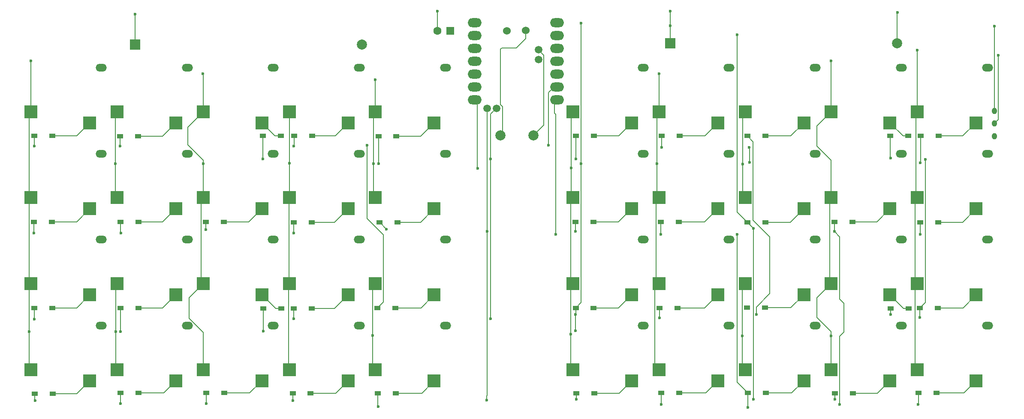
<source format=gbr>
%TF.GenerationSoftware,KiCad,Pcbnew,8.0.7*%
%TF.CreationDate,2025-05-30T21:54:57+09:00*%
%TF.ProjectId,cool640zmk,636f6f6c-3634-4307-9a6d-6b2e6b696361,rev?*%
%TF.SameCoordinates,Original*%
%TF.FileFunction,Copper,L2,Bot*%
%TF.FilePolarity,Positive*%
%FSLAX46Y46*%
G04 Gerber Fmt 4.6, Leading zero omitted, Abs format (unit mm)*
G04 Created by KiCad (PCBNEW 8.0.7) date 2025-05-30 21:54:57*
%MOMM*%
%LPD*%
G01*
G04 APERTURE LIST*
%TA.AperFunction,ComponentPad*%
%ADD10O,2.200000X1.500000*%
%TD*%
%TA.AperFunction,SMDPad,CuDef*%
%ADD11R,2.600000X2.600000*%
%TD*%
%TA.AperFunction,SMDPad,CuDef*%
%ADD12R,1.300000X0.950000*%
%TD*%
%TA.AperFunction,ComponentPad*%
%ADD13R,1.600000X1.600000*%
%TD*%
%TA.AperFunction,ComponentPad*%
%ADD14C,1.600000*%
%TD*%
%TA.AperFunction,ComponentPad*%
%ADD15R,2.000000X2.000000*%
%TD*%
%TA.AperFunction,ComponentPad*%
%ADD16C,2.000000*%
%TD*%
%TA.AperFunction,ComponentPad*%
%ADD17O,1.000000X1.300000*%
%TD*%
%TA.AperFunction,ComponentPad*%
%ADD18O,2.750000X1.800000*%
%TD*%
%TA.AperFunction,ComponentPad*%
%ADD19C,1.500000*%
%TD*%
%TA.AperFunction,ComponentPad*%
%ADD20C,1.524000*%
%TD*%
%TA.AperFunction,ViaPad*%
%ADD21C,0.600000*%
%TD*%
%TA.AperFunction,Conductor*%
%ADD22C,0.200000*%
%TD*%
G04 APERTURE END LIST*
D10*
%TO.P,SW40,*%
%TO.N,*%
X163550000Y-46000000D03*
D11*
%TO.P,SW40,1,1*%
%TO.N,col5*%
X149700000Y-54700000D03*
%TO.P,SW40,2,2*%
%TO.N,Net-(D40-A)*%
X161300000Y-56900000D03*
%TD*%
D10*
%TO.P,SW28,*%
%TO.N,*%
X180550000Y-46000000D03*
D11*
%TO.P,SW28,1,1*%
%TO.N,col6*%
X166700000Y-54700000D03*
%TO.P,SW28,2,2*%
%TO.N,Net-(D28-A)*%
X178300000Y-56900000D03*
%TD*%
D12*
%TO.P,D1,1,K*%
%TO.N,Row0*%
X-7675000Y-8480000D03*
%TO.P,D1,2,A*%
%TO.N,Net-(D1-A)*%
X-4125000Y-8480000D03*
%TD*%
%TO.P,D4,1,K*%
%TO.N,Row3*%
X-7525000Y-59440000D03*
%TO.P,D4,2,A*%
%TO.N,Net-(D4-A)*%
X-3975000Y-59440000D03*
%TD*%
%TO.P,D27,1,K*%
%TO.N,Row2*%
X167205000Y-42490000D03*
%TO.P,D27,2,A*%
%TO.N,Net-(D27-A)*%
X170755000Y-42490000D03*
%TD*%
%TO.P,D28,1,K*%
%TO.N,Row3*%
X166935000Y-59300000D03*
%TO.P,D28,2,A*%
%TO.N,Net-(D28-A)*%
X170485000Y-59300000D03*
%TD*%
D10*
%TO.P,SW12,*%
%TO.N,*%
X56550000Y-46000000D03*
D11*
%TO.P,SW12,1,1*%
%TO.N,Col2*%
X42700000Y-54700000D03*
%TO.P,SW12,2,2*%
%TO.N,Net-(D12-A)*%
X54300000Y-56900000D03*
%TD*%
D12*
%TO.P,D21,1,K*%
%TO.N,Row0*%
X133115000Y-42460000D03*
%TO.P,D21,2,A*%
%TO.N,Net-(D21-A)*%
X136665000Y-42460000D03*
%TD*%
D10*
%TO.P,SW14,*%
%TO.N,*%
X73550000Y-46000000D03*
D11*
%TO.P,SW14,1,1*%
%TO.N,Col3*%
X59700000Y-54700000D03*
%TO.P,SW14,2,2*%
%TO.N,Net-(D14-A)*%
X71300000Y-56900000D03*
%TD*%
D12*
%TO.P,D9,1,K*%
%TO.N,Row0*%
X43645000Y-8440000D03*
%TO.P,D9,2,A*%
%TO.N,Net-(D9-A)*%
X47195000Y-8440000D03*
%TD*%
D10*
%TO.P,SW2,*%
%TO.N,*%
X5550000Y-12000000D03*
D11*
%TO.P,SW2,1,1*%
%TO.N,Col0*%
X-8300000Y-20700000D03*
%TO.P,SW2,2,2*%
%TO.N,Net-(D2-A)*%
X3300000Y-22900000D03*
%TD*%
D10*
%TO.P,SW4,*%
%TO.N,*%
X5550000Y-46000000D03*
D11*
%TO.P,SW4,1,1*%
%TO.N,Col0*%
X-8300000Y-54700000D03*
%TO.P,SW4,2,2*%
%TO.N,Net-(D4-A)*%
X3300000Y-56900000D03*
%TD*%
D12*
%TO.P,D3,1,K*%
%TO.N,Row2*%
X-7675000Y-42490000D03*
%TO.P,D3,2,A*%
%TO.N,Net-(D3-A)*%
X-4125000Y-42490000D03*
%TD*%
D10*
%TO.P,SW10,*%
%TO.N,*%
X56550000Y-12000000D03*
D11*
%TO.P,SW10,1,1*%
%TO.N,Col2*%
X42700000Y-20700000D03*
%TO.P,SW10,2,2*%
%TO.N,Net-(D10-A)*%
X54300000Y-22900000D03*
%TD*%
D12*
%TO.P,D30,1,K*%
%TO.N,Row5*%
X9395000Y-59300000D03*
%TO.P,D30,2,A*%
%TO.N,Net-(D30-A)*%
X12945000Y-59300000D03*
%TD*%
D13*
%TO.P,J1,1,Pin_1*%
%TO.N,GND*%
X74470000Y12240000D03*
D14*
%TO.P,J1,2,Pin_2*%
%TO.N,Net-(B1-+)*%
X71950000Y12240000D03*
%TD*%
D15*
%TO.P,B1,1,+*%
%TO.N,Net-(B1-+)*%
X117920000Y9780000D03*
D16*
%TO.P,B1,2,-*%
%TO.N,Net-(B1--)*%
X162720000Y9780000D03*
%TD*%
D10*
%TO.P,SW11,*%
%TO.N,*%
X56550000Y-29000000D03*
D11*
%TO.P,SW11,1,1*%
%TO.N,Col2*%
X42700000Y-37700000D03*
%TO.P,SW11,2,2*%
%TO.N,Net-(D11-A)*%
X54300000Y-39900000D03*
%TD*%
D12*
%TO.P,D22,1,K*%
%TO.N,Row1*%
X133275000Y-59300000D03*
%TO.P,D22,2,A*%
%TO.N,Net-(D22-A)*%
X136825000Y-59300000D03*
%TD*%
D10*
%TO.P,SW5,*%
%TO.N,*%
X22550000Y5000000D03*
D11*
%TO.P,SW5,1,1*%
%TO.N,Col1*%
X8700000Y-3700000D03*
%TO.P,SW5,2,2*%
%TO.N,Net-(D5-A)*%
X20300000Y-5900000D03*
%TD*%
D10*
%TO.P,SW38,*%
%TO.N,*%
X146550000Y-12000000D03*
D11*
%TO.P,SW38,1,1*%
%TO.N,Col4*%
X132700000Y-20700000D03*
%TO.P,SW38,2,2*%
%TO.N,Net-(D38-A)*%
X144300000Y-22900000D03*
%TD*%
D12*
%TO.P,D37,1,K*%
%TO.N,Row4*%
X133185000Y-8500000D03*
%TO.P,D37,2,A*%
%TO.N,Net-(D37-A)*%
X136735000Y-8500000D03*
%TD*%
%TO.P,D2,1,K*%
%TO.N,Row1*%
X-7715000Y-25480000D03*
%TO.P,D2,2,A*%
%TO.N,Net-(D2-A)*%
X-4165000Y-25480000D03*
%TD*%
D10*
%TO.P,SW31,*%
%TO.N,*%
X39550000Y-29000000D03*
D11*
%TO.P,SW31,1,1*%
%TO.N,Col1*%
X25700000Y-37700000D03*
%TO.P,SW31,2,2*%
%TO.N,Net-(D31-A)*%
X37300000Y-39900000D03*
%TD*%
D12*
%TO.P,D8,1,K*%
%TO.N,Row3*%
X26235000Y-25480000D03*
%TO.P,D8,2,A*%
%TO.N,Net-(D8-A)*%
X29785000Y-25480000D03*
%TD*%
%TO.P,D25,1,K*%
%TO.N,Row0*%
X167395000Y-8500000D03*
%TO.P,D25,2,A*%
%TO.N,Net-(D25-A)*%
X170945000Y-8500000D03*
%TD*%
%TO.P,D26,1,K*%
%TO.N,Row1*%
X167245000Y-25560000D03*
%TO.P,D26,2,A*%
%TO.N,Net-(D26-A)*%
X170795000Y-25560000D03*
%TD*%
D10*
%TO.P,SW30,*%
%TO.N,*%
X22550000Y-46000000D03*
D11*
%TO.P,SW30,1,1*%
%TO.N,Col0*%
X8700000Y-54700000D03*
%TO.P,SW30,2,2*%
%TO.N,Net-(D30-A)*%
X20300000Y-56900000D03*
%TD*%
D12*
%TO.P,D6,1,K*%
%TO.N,Row1*%
X9415000Y-25510000D03*
%TO.P,D6,2,A*%
%TO.N,Net-(D6-A)*%
X12965000Y-25510000D03*
%TD*%
D10*
%TO.P,SW16,*%
%TO.N,*%
X112550000Y-12000000D03*
D11*
%TO.P,SW16,1,1*%
%TO.N,Col3*%
X98700000Y-20700000D03*
%TO.P,SW16,2,2*%
%TO.N,Net-(D16-A)*%
X110300000Y-22900000D03*
%TD*%
D12*
%TO.P,D19,1,K*%
%TO.N,Row2*%
X115825000Y-42510000D03*
%TO.P,D19,2,A*%
%TO.N,Net-(D19-A)*%
X119375000Y-42510000D03*
%TD*%
%TO.P,D24,1,K*%
%TO.N,Row3*%
X150355000Y-25510000D03*
%TO.P,D24,2,A*%
%TO.N,Net-(D24-A)*%
X153905000Y-25510000D03*
%TD*%
D15*
%TO.P,B2,1,+*%
%TO.N,Net-(B1--)*%
X12280000Y9560000D03*
D16*
%TO.P,B2,2,-*%
%TO.N,GND*%
X57080000Y9560000D03*
%TD*%
D12*
%TO.P,D31,1,K*%
%TO.N,Row4*%
X37555000Y-42610000D03*
%TO.P,D31,2,A*%
%TO.N,Net-(D31-A)*%
X41105000Y-42610000D03*
%TD*%
D10*
%TO.P,SW35,*%
%TO.N,*%
X112550000Y-29000000D03*
D11*
%TO.P,SW35,1,1*%
%TO.N,Col3*%
X98700000Y-37700000D03*
%TO.P,SW35,2,2*%
%TO.N,Net-(D35-A)*%
X110300000Y-39900000D03*
%TD*%
D10*
%TO.P,SW20,*%
%TO.N,*%
X129550000Y-46000000D03*
D11*
%TO.P,SW20,1,1*%
%TO.N,Col4*%
X115700000Y-54700000D03*
%TO.P,SW20,2,2*%
%TO.N,Net-(D20-A)*%
X127300000Y-56900000D03*
%TD*%
D12*
%TO.P,D18,1,K*%
%TO.N,Row1*%
X116065000Y-25500000D03*
%TO.P,D18,2,A*%
%TO.N,Net-(D18-A)*%
X119615000Y-25500000D03*
%TD*%
%TO.P,D36,1,K*%
%TO.N,Row5*%
X99405000Y-59330000D03*
%TO.P,D36,2,A*%
%TO.N,Net-(D36-A)*%
X102955000Y-59330000D03*
%TD*%
D10*
%TO.P,SW33,*%
%TO.N,*%
X73550000Y5000000D03*
D11*
%TO.P,SW33,1,1*%
%TO.N,Col2*%
X59700000Y-3700000D03*
%TO.P,SW33,2,2*%
%TO.N,Net-(D33-A)*%
X71300000Y-5900000D03*
%TD*%
D12*
%TO.P,D40,1,K*%
%TO.N,Row5*%
X150415000Y-59360000D03*
%TO.P,D40,2,A*%
%TO.N,Net-(D40-A)*%
X153965000Y-59360000D03*
%TD*%
D10*
%TO.P,SW8,*%
%TO.N,*%
X39550000Y-12000000D03*
D11*
%TO.P,SW8,1,1*%
%TO.N,Col1*%
X25700000Y-20700000D03*
%TO.P,SW8,2,2*%
%TO.N,Net-(D8-A)*%
X37300000Y-22900000D03*
%TD*%
D12*
%TO.P,D39,1,K*%
%TO.N,Row4*%
X161445000Y-42550000D03*
%TO.P,D39,2,A*%
%TO.N,Net-(D39-A)*%
X164995000Y-42550000D03*
%TD*%
%TO.P,D11,1,K*%
%TO.N,Row2*%
X43555000Y-42580000D03*
%TO.P,D11,2,A*%
%TO.N,Net-(D11-A)*%
X47105000Y-42580000D03*
%TD*%
D10*
%TO.P,SW6,*%
%TO.N,*%
X22550000Y-12000000D03*
D11*
%TO.P,SW6,1,1*%
%TO.N,Col1*%
X8700000Y-20700000D03*
%TO.P,SW6,2,2*%
%TO.N,Net-(D6-A)*%
X20300000Y-22900000D03*
%TD*%
D10*
%TO.P,SW18,*%
%TO.N,*%
X129550000Y-12000000D03*
D11*
%TO.P,SW18,1,1*%
%TO.N,Col4*%
X115700000Y-20700000D03*
%TO.P,SW18,2,2*%
%TO.N,Net-(D18-A)*%
X127300000Y-22900000D03*
%TD*%
D12*
%TO.P,D35,1,K*%
%TO.N,Row4*%
X99255000Y-42490000D03*
%TO.P,D35,2,A*%
%TO.N,Net-(D35-A)*%
X102805000Y-42490000D03*
%TD*%
%TO.P,D29,1,K*%
%TO.N,Row4*%
X9405000Y-42490000D03*
%TO.P,D29,2,A*%
%TO.N,Net-(D29-A)*%
X12955000Y-42490000D03*
%TD*%
D10*
%TO.P,SW7,*%
%TO.N,*%
X39550000Y5000000D03*
D11*
%TO.P,SW7,1,1*%
%TO.N,Col1*%
X25700000Y-3700000D03*
%TO.P,SW7,2,2*%
%TO.N,Net-(D7-A)*%
X37300000Y-5900000D03*
%TD*%
D12*
%TO.P,D5,1,K*%
%TO.N,Row0*%
X9315000Y-8520000D03*
%TO.P,D5,2,A*%
%TO.N,Net-(D5-A)*%
X12865000Y-8520000D03*
%TD*%
D10*
%TO.P,SW36,*%
%TO.N,*%
X112550000Y-46000000D03*
D11*
%TO.P,SW36,1,1*%
%TO.N,Col3*%
X98700000Y-54700000D03*
%TO.P,SW36,2,2*%
%TO.N,Net-(D36-A)*%
X110300000Y-56900000D03*
%TD*%
D10*
%TO.P,SW17,*%
%TO.N,*%
X129550000Y5000000D03*
D11*
%TO.P,SW17,1,1*%
%TO.N,Col4*%
X115700000Y-3700000D03*
%TO.P,SW17,2,2*%
%TO.N,Net-(D17-A)*%
X127300000Y-5900000D03*
%TD*%
D10*
%TO.P,SW19,*%
%TO.N,*%
X129550000Y-29000000D03*
D11*
%TO.P,SW19,1,1*%
%TO.N,Col4*%
X115700000Y-37700000D03*
%TO.P,SW19,2,2*%
%TO.N,Net-(D19-A)*%
X127300000Y-39900000D03*
%TD*%
D12*
%TO.P,D10,1,K*%
%TO.N,Row1*%
X43605000Y-25550000D03*
%TO.P,D10,2,A*%
%TO.N,Net-(D10-A)*%
X47155000Y-25550000D03*
%TD*%
D10*
%TO.P,SW29,*%
%TO.N,*%
X22550000Y-29000000D03*
D11*
%TO.P,SW29,1,1*%
%TO.N,Col0*%
X8700000Y-37700000D03*
%TO.P,SW29,2,2*%
%TO.N,Net-(D29-A)*%
X20300000Y-39900000D03*
%TD*%
D10*
%TO.P,SW25,*%
%TO.N,*%
X180550000Y5000000D03*
D11*
%TO.P,SW25,1,1*%
%TO.N,col6*%
X166700000Y-3700000D03*
%TO.P,SW25,2,2*%
%TO.N,Net-(D25-A)*%
X178300000Y-5900000D03*
%TD*%
D10*
%TO.P,SW24,*%
%TO.N,*%
X163550000Y-12000000D03*
D11*
%TO.P,SW24,1,1*%
%TO.N,col5*%
X149700000Y-20700000D03*
%TO.P,SW24,2,2*%
%TO.N,Net-(D24-A)*%
X161300000Y-22900000D03*
%TD*%
D10*
%TO.P,SW1,*%
%TO.N,*%
X5550000Y5000000D03*
D11*
%TO.P,SW1,1,1*%
%TO.N,Col0*%
X-8300000Y-3700000D03*
%TO.P,SW1,2,2*%
%TO.N,Net-(D1-A)*%
X3300000Y-5900000D03*
%TD*%
D12*
%TO.P,D32,1,K*%
%TO.N,Row5*%
X26285000Y-59300000D03*
%TO.P,D32,2,A*%
%TO.N,Net-(D32-A)*%
X29835000Y-59300000D03*
%TD*%
%TO.P,D15,1,K*%
%TO.N,Row2*%
X99275000Y-8470000D03*
%TO.P,D15,2,A*%
%TO.N,Net-(D15-A)*%
X102825000Y-8470000D03*
%TD*%
D10*
%TO.P,SW26,*%
%TO.N,*%
X180550000Y-12000000D03*
D11*
%TO.P,SW26,1,1*%
%TO.N,col6*%
X166700000Y-20700000D03*
%TO.P,SW26,2,2*%
%TO.N,Net-(D26-A)*%
X178300000Y-22900000D03*
%TD*%
D10*
%TO.P,SW23,*%
%TO.N,*%
X163550000Y5000000D03*
D11*
%TO.P,SW23,1,1*%
%TO.N,col5*%
X149700000Y-3700000D03*
%TO.P,SW23,2,2*%
%TO.N,Net-(D23-A)*%
X161300000Y-5900000D03*
%TD*%
D10*
%TO.P,SW3,*%
%TO.N,*%
X5550000Y-29000000D03*
D11*
%TO.P,SW3,1,1*%
%TO.N,Col0*%
X-8300000Y-37700000D03*
%TO.P,SW3,2,2*%
%TO.N,Net-(D3-A)*%
X3300000Y-39900000D03*
%TD*%
D12*
%TO.P,D14,1,K*%
%TO.N,Row1*%
X60215000Y-59320000D03*
%TO.P,D14,2,A*%
%TO.N,Net-(D14-A)*%
X63765000Y-59320000D03*
%TD*%
D10*
%TO.P,SW39,*%
%TO.N,*%
X163550000Y-29000000D03*
D11*
%TO.P,SW39,1,1*%
%TO.N,col5*%
X149700000Y-37700000D03*
%TO.P,SW39,2,2*%
%TO.N,Net-(D39-A)*%
X161300000Y-39900000D03*
%TD*%
D12*
%TO.P,D23,1,K*%
%TO.N,Row2*%
X161375000Y-8470000D03*
%TO.P,D23,2,A*%
%TO.N,Net-(D23-A)*%
X164925000Y-8470000D03*
%TD*%
%TO.P,D12,1,K*%
%TO.N,Row3*%
X43375000Y-59320000D03*
%TO.P,D12,2,A*%
%TO.N,Net-(D12-A)*%
X46925000Y-59320000D03*
%TD*%
%TO.P,D34,1,K*%
%TO.N,Row5*%
X60525000Y-25540000D03*
%TO.P,D34,2,A*%
%TO.N,Net-(D34-A)*%
X64075000Y-25540000D03*
%TD*%
D16*
%TO.P,SW46,1,1*%
%TO.N,RST*%
X84430000Y-8380000D03*
%TO.P,SW46,2,2*%
%TO.N,GND*%
X90930000Y-8380000D03*
%TD*%
D10*
%TO.P,SW13,*%
%TO.N,*%
X73550000Y-29000000D03*
D11*
%TO.P,SW13,1,1*%
%TO.N,Col3*%
X59700000Y-37700000D03*
%TO.P,SW13,2,2*%
%TO.N,Net-(D13-A)*%
X71300000Y-39900000D03*
%TD*%
D10*
%TO.P,SW27,*%
%TO.N,*%
X180550000Y-29000000D03*
D11*
%TO.P,SW27,1,1*%
%TO.N,col6*%
X166700000Y-37700000D03*
%TO.P,SW27,2,2*%
%TO.N,Net-(D27-A)*%
X178300000Y-39900000D03*
%TD*%
D12*
%TO.P,D17,1,K*%
%TO.N,Row0*%
X116215000Y-8450000D03*
%TO.P,D17,2,A*%
%TO.N,Net-(D17-A)*%
X119765000Y-8450000D03*
%TD*%
D10*
%TO.P,SW34,*%
%TO.N,*%
X73550000Y-12000000D03*
D11*
%TO.P,SW34,1,1*%
%TO.N,Col2*%
X59700000Y-20700000D03*
%TO.P,SW34,2,2*%
%TO.N,Net-(D34-A)*%
X71300000Y-22900000D03*
%TD*%
D12*
%TO.P,D13,1,K*%
%TO.N,Row0*%
X60115000Y-42510000D03*
%TO.P,D13,2,A*%
%TO.N,Net-(D13-A)*%
X63665000Y-42510000D03*
%TD*%
D17*
%TO.P,SW45,1,A*%
%TO.N,Net-(B1-+)*%
X181960000Y-3540000D03*
%TO.P,SW45,2,B*%
%TO.N,Bat*%
X181960000Y-6040000D03*
%TO.P,SW45,3,C*%
%TO.N,unconnected-(SW45-C-Pad3)*%
X181960000Y-8540000D03*
%TD*%
D10*
%TO.P,SW32,*%
%TO.N,*%
X39550000Y-46000000D03*
D11*
%TO.P,SW32,1,1*%
%TO.N,Col1*%
X25700000Y-54700000D03*
%TO.P,SW32,2,2*%
%TO.N,Net-(D32-A)*%
X37300000Y-56900000D03*
%TD*%
D12*
%TO.P,D38,1,K*%
%TO.N,Row5*%
X133165000Y-25580000D03*
%TO.P,D38,2,A*%
%TO.N,Net-(D38-A)*%
X136715000Y-25580000D03*
%TD*%
%TO.P,D20,1,K*%
%TO.N,Row3*%
X116135000Y-59270000D03*
%TO.P,D20,2,A*%
%TO.N,Net-(D20-A)*%
X119685000Y-59270000D03*
%TD*%
%TO.P,D16,1,K*%
%TO.N,Row3*%
X99245000Y-25520000D03*
%TO.P,D16,2,A*%
%TO.N,Net-(D16-A)*%
X102795000Y-25520000D03*
%TD*%
D10*
%TO.P,SW22,*%
%TO.N,*%
X146550000Y-46000000D03*
D11*
%TO.P,SW22,1,1*%
%TO.N,col5*%
X132700000Y-54700000D03*
%TO.P,SW22,2,2*%
%TO.N,Net-(D22-A)*%
X144300000Y-56900000D03*
%TD*%
D12*
%TO.P,D7,1,K*%
%TO.N,Row2*%
X37475000Y-8430000D03*
%TO.P,D7,2,A*%
%TO.N,Net-(D7-A)*%
X41025000Y-8430000D03*
%TD*%
D10*
%TO.P,SW15,*%
%TO.N,*%
X112550000Y5000000D03*
D11*
%TO.P,SW15,1,1*%
%TO.N,Col3*%
X98700000Y-3700000D03*
%TO.P,SW15,2,2*%
%TO.N,Net-(D15-A)*%
X110300000Y-5900000D03*
%TD*%
D12*
%TO.P,D33,1,K*%
%TO.N,Row4*%
X60305000Y-8550000D03*
%TO.P,D33,2,A*%
%TO.N,Net-(D33-A)*%
X63855000Y-8550000D03*
%TD*%
D10*
%TO.P,SW37,*%
%TO.N,*%
X146550000Y5000000D03*
D11*
%TO.P,SW37,1,1*%
%TO.N,Col4*%
X132700000Y-3700000D03*
%TO.P,SW37,2,2*%
%TO.N,Net-(D37-A)*%
X144300000Y-5900000D03*
%TD*%
D10*
%TO.P,SW21,*%
%TO.N,*%
X146550000Y-29000000D03*
D11*
%TO.P,SW21,1,1*%
%TO.N,col5*%
X132700000Y-37700000D03*
%TO.P,SW21,2,2*%
%TO.N,Net-(D21-A)*%
X144300000Y-39900000D03*
%TD*%
D10*
%TO.P,SW9,*%
%TO.N,*%
X56550000Y5000000D03*
D11*
%TO.P,SW9,1,1*%
%TO.N,Col2*%
X42700000Y-3700000D03*
%TO.P,SW9,2,2*%
%TO.N,Net-(D9-A)*%
X54300000Y-5900000D03*
%TD*%
D18*
%TO.P,U1,1,P0.02_A0_D0*%
%TO.N,Row4*%
X95590000Y13920000D03*
%TO.P,U1,2,P0.03_A1_D1*%
%TO.N,Row5*%
X95590000Y11380000D03*
%TO.P,U1,3,P0.28_A2_D2*%
%TO.N,col6*%
X95590000Y8840000D03*
%TO.P,U1,4,P0.29_A3_D3*%
%TO.N,col5*%
X95590000Y6300000D03*
%TO.P,U1,5,P0.04_A4_D4_SDA*%
%TO.N,Col4*%
X95590000Y3760000D03*
%TO.P,U1,6,P0.05_A5_D5_SCL*%
%TO.N,Row0*%
X95590000Y1220000D03*
%TO.P,U1,7,P1.11_D6_TX*%
%TO.N,Row1*%
X95590000Y-1320000D03*
%TO.P,U1,8,P1.12_D7_RX*%
%TO.N,Col3*%
X79350000Y-1320000D03*
%TO.P,U1,9,P1.13_D8_SCK*%
%TO.N,Col2*%
X79350000Y1220000D03*
%TO.P,U1,10,P1.14_D9_MISO*%
%TO.N,Col1*%
X79350000Y3760000D03*
%TO.P,U1,11,P1.15_D10_MOSI*%
%TO.N,Col0*%
X79350000Y6300000D03*
%TO.P,U1,12,3V3*%
%TO.N,unconnected-(U1-3V3-Pad12)*%
X79350000Y8840000D03*
%TO.P,U1,13,GND*%
%TO.N,GND*%
X79350000Y11380000D03*
%TO.P,U1,14,5V*%
%TO.N,VCC*%
X79350000Y13920000D03*
D19*
%TO.P,U1,15,NFC1_0.09*%
%TO.N,Row2*%
X83634600Y-3012000D03*
%TO.P,U1,16,NFC2_0.10*%
%TO.N,Row3*%
X81755000Y-3012000D03*
%TO.P,U1,20,BATT+*%
%TO.N,Bat*%
X91915000Y6617000D03*
%TO.P,U1,21,BATT-*%
%TO.N,GND*%
X91915000Y8522000D03*
D20*
%TO.P,U1,22,RST*%
%TO.N,RST*%
X89350000Y12370000D03*
%TO.P,U1,23,GND*%
%TO.N,GND*%
X85630000Y12310000D03*
%TD*%
D21*
%TO.N,Bat*%
X182710000Y7450000D03*
%TO.N,Row0*%
X167320000Y-13770000D03*
X-7680000Y-10500000D03*
X93880000Y-10360000D03*
X133540000Y-13730000D03*
X9330000Y-10500000D03*
X116230000Y-10770000D03*
X133510000Y-10770000D03*
X43540000Y-10480000D03*
X58060000Y-10360000D03*
%TO.N,Row1*%
X131110000Y-27950000D03*
X60220000Y-61960000D03*
X167280000Y-27930000D03*
X9450000Y-27720000D03*
X43550000Y-27730000D03*
X133270000Y-62160000D03*
X-7760000Y-27720000D03*
X116040000Y-27950000D03*
X95350000Y-27950000D03*
%TO.N,Row2*%
X82480000Y-13080000D03*
X37460000Y-13080000D03*
X82430000Y-44590000D03*
X167230000Y-44380000D03*
X161450000Y-12900000D03*
X168310000Y-13150000D03*
X-7640000Y-44720000D03*
X99280000Y-13050000D03*
X115830000Y-44470000D03*
X43570000Y-44590000D03*
%TO.N,Row3*%
X81720000Y-60700000D03*
X81755000Y-27350000D03*
X150340000Y-27350000D03*
X26240000Y-27010000D03*
X43380000Y-60760000D03*
X-7500000Y-60760000D03*
X166870000Y-61560000D03*
X151380000Y-61560000D03*
X116130000Y-61530000D03*
X99200000Y-27350000D03*
%TO.N,Col0*%
X-8625000Y-47150000D03*
X8455000Y-47180000D03*
X-8300000Y6330000D03*
%TO.N,Col1*%
X8365000Y-13950000D03*
X25700000Y-13940000D03*
X25670000Y3810000D03*
%TO.N,Col2*%
X59355000Y-13940000D03*
X42695000Y-13910000D03*
X59700000Y2610000D03*
%TO.N,Col3*%
X59165000Y-47940000D03*
X79890000Y-14880000D03*
X98325000Y-14860000D03*
X98305000Y-47640000D03*
%TO.N,Col4*%
X115690000Y3810000D03*
X132235000Y-14030000D03*
X115265000Y-13990000D03*
%TO.N,Net-(B1--)*%
X162830000Y15890000D03*
X12270000Y15540000D03*
%TO.N,col5*%
X132165000Y-48030000D03*
X149700000Y-48040000D03*
X149650000Y6340000D03*
%TO.N,col6*%
X166680000Y8430000D03*
%TO.N,Row4*%
X100270000Y13840000D03*
X37570000Y-47100000D03*
X60360000Y-13960000D03*
X134910000Y-43740000D03*
X99230000Y-43740000D03*
X9400000Y-47170000D03*
X99230000Y-47000000D03*
X161460000Y-43760000D03*
X100300000Y-13990000D03*
%TO.N,Row5*%
X131100000Y11480000D03*
X134310000Y-60560000D03*
X9390000Y-61360000D03*
X26270000Y-61360000D03*
X150420000Y-60560000D03*
X99380000Y-60560000D03*
X61910000Y-26890000D03*
X134310000Y-26725000D03*
%TO.N,Net-(B1-+)*%
X71980000Y16150000D03*
X181960000Y13220000D03*
X117930000Y16130000D03*
X117920000Y13290000D03*
%TD*%
D22*
%TO.N,Bat*%
X182710000Y-5290000D02*
X182710000Y7450000D01*
X181960000Y-6040000D02*
X182710000Y-5290000D01*
%TO.N,Net-(D1-A)*%
X720000Y-8480000D02*
X-4125000Y-8480000D01*
X3300000Y-5900000D02*
X720000Y-8480000D01*
%TO.N,Row0*%
X60115000Y-42510000D02*
X61300000Y-41325000D01*
X95090000Y1220000D02*
X93915000Y45000D01*
X9315000Y-10485000D02*
X9330000Y-10500000D01*
X167395000Y-8500000D02*
X167395000Y-13695000D01*
X93915000Y-10325000D02*
X93880000Y-10360000D01*
X-7675000Y-10495000D02*
X-7680000Y-10500000D01*
X9315000Y-8520000D02*
X9315000Y-10485000D01*
X-7675000Y-8480000D02*
X-7675000Y-10495000D01*
X133540000Y-13730000D02*
X133540000Y-10800000D01*
X133540000Y-10800000D02*
X133510000Y-10770000D01*
X43645000Y-10375000D02*
X43645000Y-8440000D01*
X43540000Y-10480000D02*
X43645000Y-10375000D01*
X116215000Y-10755000D02*
X116215000Y-8450000D01*
X93915000Y45000D02*
X93915000Y-10325000D01*
X58060000Y-24800000D02*
X58060000Y-10360000D01*
X61300000Y-41325000D02*
X61300000Y-28040000D01*
X116230000Y-10770000D02*
X116215000Y-10755000D01*
X61300000Y-28040000D02*
X58060000Y-24800000D01*
X167395000Y-13695000D02*
X167320000Y-13770000D01*
%TO.N,Net-(D2-A)*%
X3300000Y-22900000D02*
X720000Y-25480000D01*
X720000Y-25480000D02*
X-4165000Y-25480000D01*
%TO.N,Row1*%
X116040000Y-27950000D02*
X116065000Y-27925000D01*
X9415000Y-27685000D02*
X9450000Y-27720000D01*
X167245000Y-25560000D02*
X167245000Y-27895000D01*
X43605000Y-27675000D02*
X43605000Y-25550000D01*
X95090000Y-3980000D02*
X95350000Y-4240000D01*
X131100000Y-27960000D02*
X131110000Y-27950000D01*
X131100000Y-57125000D02*
X131100000Y-27960000D01*
X133275000Y-62155000D02*
X133275000Y-59300000D01*
X60215000Y-59320000D02*
X60215000Y-61955000D01*
X60215000Y-61955000D02*
X60220000Y-61960000D01*
X133270000Y-62160000D02*
X133275000Y-62155000D01*
X133275000Y-59300000D02*
X131100000Y-57125000D01*
X43550000Y-27730000D02*
X43605000Y-27675000D01*
X95350000Y-4240000D02*
X95350000Y-27950000D01*
X-7715000Y-27675000D02*
X-7760000Y-27720000D01*
X116065000Y-27925000D02*
X116065000Y-25500000D01*
X9415000Y-25510000D02*
X9415000Y-27685000D01*
X-7715000Y-25480000D02*
X-7715000Y-27675000D01*
X95090000Y-1320000D02*
X95090000Y-3980000D01*
X167245000Y-27895000D02*
X167280000Y-27930000D01*
%TO.N,Net-(D3-A)*%
X3300000Y-39900000D02*
X710000Y-42490000D01*
X710000Y-42490000D02*
X-4125000Y-42490000D01*
%TO.N,Row2*%
X82480000Y-4166600D02*
X82480000Y-13080000D01*
X161450000Y-12900000D02*
X161375000Y-12825000D01*
X83634600Y-3012000D02*
X82480000Y-4166600D01*
X167205000Y-42490000D02*
X167205000Y-44355000D01*
X82480000Y-44540000D02*
X82430000Y-44590000D01*
X-7675000Y-44685000D02*
X-7640000Y-44720000D01*
X37475000Y-13065000D02*
X37460000Y-13080000D01*
X82480000Y-13080000D02*
X82480000Y-44540000D01*
X115830000Y-42515000D02*
X115825000Y-42510000D01*
X168310000Y-41385000D02*
X168310000Y-13150000D01*
X-7675000Y-42490000D02*
X-7675000Y-44685000D01*
X161375000Y-12825000D02*
X161375000Y-8470000D01*
X99280000Y-12440000D02*
X99275000Y-12435000D01*
X37475000Y-8430000D02*
X37475000Y-13065000D01*
X43555000Y-44575000D02*
X43555000Y-42580000D01*
X43570000Y-44590000D02*
X43555000Y-44575000D01*
X99275000Y-12435000D02*
X99275000Y-8470000D01*
X167205000Y-44355000D02*
X167230000Y-44380000D01*
X99280000Y-13050000D02*
X99280000Y-12440000D01*
X167205000Y-42490000D02*
X168310000Y-41385000D01*
X115830000Y-44470000D02*
X115830000Y-42515000D01*
%TO.N,Net-(D4-A)*%
X3300000Y-56900000D02*
X760000Y-59440000D01*
X760000Y-59440000D02*
X-3975000Y-59440000D01*
%TO.N,Row3*%
X151400000Y-28410000D02*
X151400000Y-40721462D01*
X-7525000Y-59440000D02*
X-7525000Y-60735000D01*
X81720000Y-59770000D02*
X81755000Y-59735000D01*
X81755000Y-59735000D02*
X81755000Y-3012000D01*
X99245000Y-27305000D02*
X99200000Y-27350000D01*
X152230000Y-47250000D02*
X151380000Y-48100000D01*
X150340000Y-27350000D02*
X150340000Y-25525000D01*
X116130000Y-61530000D02*
X116135000Y-61525000D01*
X26240000Y-27010000D02*
X26240000Y-25485000D01*
X116135000Y-61525000D02*
X116135000Y-59270000D01*
X150340000Y-25525000D02*
X150355000Y-25510000D01*
X150340000Y-27350000D02*
X151400000Y-28410000D01*
X152230000Y-41551462D02*
X152230000Y-47250000D01*
X99245000Y-25520000D02*
X99245000Y-27305000D01*
X151400000Y-40721462D02*
X152230000Y-41551462D01*
X-7525000Y-60735000D02*
X-7500000Y-60760000D01*
X26240000Y-25485000D02*
X26235000Y-25480000D01*
X43380000Y-60760000D02*
X43380000Y-59325000D01*
X43380000Y-59325000D02*
X43375000Y-59320000D01*
X151380000Y-48100000D02*
X151380000Y-61560000D01*
X166935000Y-59300000D02*
X166935000Y-61495000D01*
X81720000Y-60700000D02*
X81720000Y-59770000D01*
X166935000Y-61495000D02*
X166870000Y-61560000D01*
%TO.N,Net-(D5-A)*%
X17680000Y-8520000D02*
X12865000Y-8520000D01*
X20300000Y-5900000D02*
X17680000Y-8520000D01*
%TO.N,Net-(D6-A)*%
X20300000Y-22900000D02*
X17690000Y-25510000D01*
X17690000Y-25510000D02*
X12965000Y-25510000D01*
%TO.N,Net-(D7-A)*%
X37300000Y-5900000D02*
X39830000Y-8430000D01*
X39830000Y-8430000D02*
X41025000Y-8430000D01*
%TO.N,Net-(D8-A)*%
X37300000Y-22900000D02*
X34720000Y-25480000D01*
X34720000Y-25480000D02*
X29785000Y-25480000D01*
%TO.N,Net-(D9-A)*%
X54300000Y-5900000D02*
X51760000Y-8440000D01*
X51760000Y-8440000D02*
X47195000Y-8440000D01*
%TO.N,Net-(D10-A)*%
X51650000Y-25550000D02*
X47155000Y-25550000D01*
X54300000Y-22900000D02*
X51650000Y-25550000D01*
%TO.N,Net-(D11-A)*%
X54300000Y-39900000D02*
X51620000Y-42580000D01*
X51620000Y-42580000D02*
X47105000Y-42580000D01*
%TO.N,Net-(D12-A)*%
X54300000Y-56900000D02*
X51880000Y-59320000D01*
X51880000Y-59320000D02*
X46925000Y-59320000D01*
%TO.N,Net-(D13-A)*%
X71300000Y-39900000D02*
X68690000Y-42510000D01*
X68690000Y-42510000D02*
X63665000Y-42510000D01*
%TO.N,Net-(D14-A)*%
X71300000Y-56900000D02*
X68880000Y-59320000D01*
X68880000Y-59320000D02*
X63765000Y-59320000D01*
%TO.N,Net-(D15-A)*%
X110300000Y-5900000D02*
X107730000Y-8470000D01*
X107730000Y-8470000D02*
X102825000Y-8470000D01*
%TO.N,Net-(D16-A)*%
X110300000Y-22900000D02*
X107680000Y-25520000D01*
X107680000Y-25520000D02*
X102795000Y-25520000D01*
%TO.N,Net-(D17-A)*%
X124750000Y-8450000D02*
X119765000Y-8450000D01*
X127300000Y-5900000D02*
X124750000Y-8450000D01*
%TO.N,Net-(D18-A)*%
X124700000Y-25500000D02*
X119615000Y-25500000D01*
X127300000Y-22900000D02*
X124700000Y-25500000D01*
%TO.N,GND*%
X92965000Y-6345000D02*
X90930000Y-8380000D01*
X91915000Y8522000D02*
X92965000Y7472000D01*
X92965000Y7472000D02*
X92965000Y-6345000D01*
%TO.N,Net-(D21-A)*%
X144300000Y-39900000D02*
X141740000Y-42460000D01*
X141740000Y-42460000D02*
X136665000Y-42460000D01*
%TO.N,Net-(D22-A)*%
X144300000Y-56900000D02*
X141900000Y-59300000D01*
X141900000Y-59300000D02*
X136825000Y-59300000D01*
%TO.N,Net-(D23-A)*%
X163870000Y-8470000D02*
X164925000Y-8470000D01*
X161300000Y-5900000D02*
X163870000Y-8470000D01*
%TO.N,Net-(D24-A)*%
X161300000Y-22900000D02*
X158690000Y-25510000D01*
X158690000Y-25510000D02*
X153905000Y-25510000D01*
%TO.N,Net-(D25-A)*%
X175700000Y-8500000D02*
X170945000Y-8500000D01*
X178300000Y-5900000D02*
X175700000Y-8500000D01*
%TO.N,Net-(D19-A)*%
X124690000Y-42510000D02*
X119375000Y-42510000D01*
X127300000Y-39900000D02*
X124690000Y-42510000D01*
%TO.N,Col0*%
X-8300000Y6330000D02*
X-8300000Y-3700000D01*
X-8625000Y-47150000D02*
X-8625000Y-54375000D01*
X-8625000Y-38025000D02*
X-8625000Y-47150000D01*
X-8625000Y-54375000D02*
X-8300000Y-54700000D01*
X-8625000Y-20375000D02*
X-8300000Y-20700000D01*
X-8300000Y-3700000D02*
X-8625000Y-4025000D01*
X8700000Y-54700000D02*
X8455000Y-54455000D01*
X8455000Y-37945000D02*
X8700000Y-37700000D01*
X-8300000Y-37700000D02*
X-8625000Y-38025000D01*
X-8300000Y-20700000D02*
X-8665000Y-21065000D01*
X8455000Y-54455000D02*
X8455000Y-47180000D01*
X-8625000Y-4025000D02*
X-8625000Y-20375000D01*
X-8665000Y-21065000D02*
X-8665000Y-37335000D01*
X-8665000Y-37335000D02*
X-8300000Y-37700000D01*
X8455000Y-47180000D02*
X8455000Y-37945000D01*
%TO.N,Col1*%
X8700000Y-3700000D02*
X8365000Y-4035000D01*
X22650000Y-10265076D02*
X25700000Y-13315076D01*
X22650000Y-6750000D02*
X22650000Y-10265076D01*
X8365000Y-20365000D02*
X8700000Y-20700000D01*
X25670000Y3810000D02*
X25700000Y3780000D01*
X25700000Y3780000D02*
X25700000Y-3700000D01*
X25700000Y-47315076D02*
X25700000Y-54700000D01*
X25285000Y-21115000D02*
X25285000Y-37285000D01*
X25700000Y-3700000D02*
X22650000Y-6750000D01*
X25700000Y-20700000D02*
X25285000Y-21115000D01*
X25700000Y-37700000D02*
X22897467Y-40502533D01*
X25285000Y-37285000D02*
X25700000Y-37700000D01*
X25700000Y-13940000D02*
X25700000Y-20700000D01*
X22897467Y-44512543D02*
X25700000Y-47315076D01*
X8365000Y-13950000D02*
X8365000Y-20365000D01*
X25700000Y-13315076D02*
X25700000Y-13940000D01*
X8365000Y-4035000D02*
X8365000Y-13950000D01*
X22897467Y-40502533D02*
X22897467Y-44512543D01*
%TO.N,Col2*%
X59700000Y2610000D02*
X59700000Y-3700000D01*
X59355000Y-20355000D02*
X59700000Y-20700000D01*
X42695000Y-13910000D02*
X42695000Y-3705000D01*
X42695000Y-3705000D02*
X42700000Y-3700000D01*
X59355000Y-4045000D02*
X59355000Y-13940000D01*
X59700000Y-3700000D02*
X59355000Y-4045000D01*
X42655000Y-37655000D02*
X42655000Y-20745000D01*
X42700000Y-37700000D02*
X42655000Y-37655000D01*
X42655000Y-20745000D02*
X42700000Y-20700000D01*
X42605000Y-37795000D02*
X42700000Y-37700000D01*
X42605000Y-54605000D02*
X42605000Y-37795000D01*
X42695000Y-20695000D02*
X42695000Y-13910000D01*
X59355000Y-13940000D02*
X59355000Y-20355000D01*
X42700000Y-54700000D02*
X42605000Y-54605000D01*
X42700000Y-20700000D02*
X42695000Y-20695000D01*
%TO.N,Col3*%
X59165000Y-54165000D02*
X59700000Y-54700000D01*
X59165000Y-47940000D02*
X59165000Y-54165000D01*
X98305000Y-38095000D02*
X98700000Y-37700000D01*
X98700000Y-20700000D02*
X98325000Y-20325000D01*
X59700000Y-37700000D02*
X59165000Y-38235000D01*
X98295000Y-37295000D02*
X98295000Y-21105000D01*
X98700000Y-37700000D02*
X98295000Y-37295000D01*
X98700000Y-54700000D02*
X98305000Y-54305000D01*
X98325000Y-14860000D02*
X98325000Y-4075000D01*
X98305000Y-54305000D02*
X98305000Y-47640000D01*
X59165000Y-38235000D02*
X59165000Y-47940000D01*
X79850000Y-14840000D02*
X79890000Y-14880000D01*
X98295000Y-21105000D02*
X98700000Y-20700000D01*
X79850000Y-1320000D02*
X79850000Y-14840000D01*
X98305000Y-47640000D02*
X98305000Y-38095000D01*
X98325000Y-4075000D02*
X98700000Y-3700000D01*
X98325000Y-20325000D02*
X98325000Y-14860000D01*
%TO.N,Col4*%
X132235000Y-14030000D02*
X132235000Y-4165000D01*
X115700000Y3410000D02*
X115700000Y-3700000D01*
X115690000Y3420000D02*
X115700000Y3410000D01*
X132235000Y-20235000D02*
X132235000Y-14030000D01*
X115700000Y-37700000D02*
X115115000Y-37115000D01*
X114875000Y-38525000D02*
X114875000Y-53875000D01*
X115265000Y-13990000D02*
X115265000Y-20265000D01*
X115265000Y-20265000D02*
X115700000Y-20700000D01*
X115700000Y-37700000D02*
X114875000Y-38525000D01*
X132235000Y-4165000D02*
X132700000Y-3700000D01*
X115700000Y-3700000D02*
X115265000Y-4135000D01*
X115115000Y-37115000D02*
X115115000Y-21285000D01*
X115690000Y3810000D02*
X115690000Y3420000D01*
X115265000Y-4135000D02*
X115265000Y-13990000D01*
X132700000Y-20700000D02*
X132235000Y-20235000D01*
X114875000Y-53875000D02*
X115700000Y-54700000D01*
X115115000Y-21285000D02*
X115700000Y-20700000D01*
%TO.N,Net-(D20-A)*%
X127300000Y-56900000D02*
X124930000Y-59270000D01*
X124930000Y-59270000D02*
X119685000Y-59270000D01*
%TO.N,Net-(D26-A)*%
X175640000Y-25560000D02*
X170795000Y-25560000D01*
X178300000Y-22900000D02*
X175640000Y-25560000D01*
%TO.N,Net-(B1--)*%
X162720000Y15780000D02*
X162830000Y15890000D01*
X162720000Y9780000D02*
X162720000Y15780000D01*
X12270000Y15540000D02*
X12280000Y15530000D01*
X12280000Y15530000D02*
X12280000Y9560000D01*
%TO.N,Net-(D27-A)*%
X175710000Y-42490000D02*
X170755000Y-42490000D01*
X178300000Y-39900000D02*
X175710000Y-42490000D01*
%TO.N,RST*%
X84820000Y-2712475D02*
X84820000Y-7990000D01*
X84410000Y8620779D02*
X84410000Y-2302475D01*
X89350000Y12370000D02*
X89403656Y12316344D01*
X84679221Y8890000D02*
X84410000Y8620779D01*
X84820000Y-7990000D02*
X84430000Y-8380000D01*
X84410000Y-2302475D02*
X84820000Y-2712475D01*
X89403656Y10755419D02*
X87538237Y8890000D01*
X87538237Y8890000D02*
X84679221Y8890000D01*
X89403656Y12316344D02*
X89403656Y10755419D01*
%TO.N,Net-(D28-A)*%
X175900000Y-59300000D02*
X170485000Y-59300000D01*
X178300000Y-56900000D02*
X175900000Y-59300000D01*
%TO.N,Net-(D29-A)*%
X20300000Y-39900000D02*
X17710000Y-42490000D01*
X17710000Y-42490000D02*
X12955000Y-42490000D01*
%TO.N,Net-(D30-A)*%
X17900000Y-59300000D02*
X12945000Y-59300000D01*
X20300000Y-56900000D02*
X17900000Y-59300000D01*
%TO.N,Net-(D31-A)*%
X40010000Y-42610000D02*
X41105000Y-42610000D01*
X37300000Y-39900000D02*
X40010000Y-42610000D01*
%TO.N,Net-(D32-A)*%
X34900000Y-59300000D02*
X29835000Y-59300000D01*
X37300000Y-56900000D02*
X34900000Y-59300000D01*
%TO.N,Net-(D33-A)*%
X71300000Y-5900000D02*
X68650000Y-8550000D01*
X68650000Y-8550000D02*
X63855000Y-8550000D01*
%TO.N,Net-(D34-A)*%
X68660000Y-25540000D02*
X64075000Y-25540000D01*
X71300000Y-22900000D02*
X68660000Y-25540000D01*
%TO.N,Net-(D35-A)*%
X107710000Y-42490000D02*
X102805000Y-42490000D01*
X110300000Y-39900000D02*
X107710000Y-42490000D01*
%TO.N,Net-(D36-A)*%
X110300000Y-56900000D02*
X107870000Y-59330000D01*
X107870000Y-59330000D02*
X102955000Y-59330000D01*
%TO.N,col5*%
X149700000Y-48040000D02*
X149700000Y-54700000D01*
X149700000Y-37700000D02*
X146897467Y-40502533D01*
X149405000Y-37405000D02*
X149700000Y-37700000D01*
X132165000Y-38235000D02*
X132700000Y-37700000D01*
X132700000Y-54700000D02*
X132165000Y-54165000D01*
X146897467Y-10512543D02*
X149700000Y-13315076D01*
X149700000Y-13315076D02*
X149700000Y-20700000D01*
X149700000Y-20700000D02*
X149405000Y-20995000D01*
X149700000Y-3700000D02*
X146897467Y-6502533D01*
X149700000Y-47180000D02*
X149700000Y-48040000D01*
X146897467Y-44377467D02*
X149700000Y-47180000D01*
X149650000Y6340000D02*
X149700000Y6290000D01*
X146897467Y-40502533D02*
X146897467Y-44377467D01*
X132165000Y-54165000D02*
X132165000Y-48030000D01*
X149405000Y-20995000D02*
X149405000Y-37405000D01*
X132165000Y-48030000D02*
X132165000Y-38235000D01*
X149700000Y6290000D02*
X149700000Y-3700000D01*
X146897467Y-6502533D02*
X146897467Y-10512543D01*
%TO.N,col6*%
X166700000Y8410000D02*
X166700000Y-3700000D01*
X166700000Y-37700000D02*
X166295000Y-37295000D01*
X166255000Y-54255000D02*
X166255000Y-38145000D01*
X166680000Y8430000D02*
X166700000Y8410000D01*
X166295000Y-37295000D02*
X166295000Y-21105000D01*
X166700000Y-54700000D02*
X166255000Y-54255000D01*
X166255000Y-38145000D02*
X166700000Y-37700000D01*
X166445000Y-20445000D02*
X166445000Y-3955000D01*
X166295000Y-21105000D02*
X166700000Y-20700000D01*
X166445000Y-3955000D02*
X166700000Y-3700000D01*
X166700000Y-20700000D02*
X166445000Y-20445000D01*
%TO.N,Row4*%
X9405000Y-42490000D02*
X9405000Y-47165000D01*
X100300000Y-41445000D02*
X100300000Y-13990000D01*
X100300000Y13810000D02*
X100270000Y13840000D01*
X37570000Y-47100000D02*
X37570000Y-46670000D01*
X37570000Y-46670000D02*
X37555000Y-46655000D01*
X9405000Y-47165000D02*
X9400000Y-47170000D01*
X99255000Y-42490000D02*
X99255000Y-43715000D01*
X134300000Y-9615000D02*
X134300000Y-25110000D01*
X134300000Y-25110000D02*
X137600000Y-28410000D01*
X100300000Y-13990000D02*
X100300000Y13810000D01*
X161460000Y-42565000D02*
X161445000Y-42550000D01*
X60305000Y-8550000D02*
X60305000Y-13905000D01*
X161460000Y-43760000D02*
X161460000Y-42565000D01*
X134910000Y-42340000D02*
X134910000Y-43740000D01*
X99255000Y-42490000D02*
X100300000Y-41445000D01*
X137600000Y-39650000D02*
X134910000Y-42340000D01*
X137600000Y-28410000D02*
X137600000Y-39650000D01*
X99255000Y-43715000D02*
X99230000Y-43740000D01*
X37555000Y-46655000D02*
X37555000Y-42610000D01*
X99230000Y-47000000D02*
X99230000Y-43740000D01*
X133185000Y-8500000D02*
X134300000Y-9615000D01*
X60305000Y-13905000D02*
X60360000Y-13960000D01*
%TO.N,Row5*%
X134310000Y-26725000D02*
X134310000Y-60560000D01*
X150420000Y-59365000D02*
X150415000Y-59360000D01*
X99405000Y-60535000D02*
X99380000Y-60560000D01*
X133165000Y-25580000D02*
X131100000Y-23515000D01*
X9390000Y-60900000D02*
X9395000Y-60895000D01*
X131100000Y-23515000D02*
X131100000Y11480000D01*
X60525000Y-25540000D02*
X60560000Y-25540000D01*
X26285000Y-59300000D02*
X26285000Y-61345000D01*
X150420000Y-60560000D02*
X150420000Y-59365000D01*
X9395000Y-60895000D02*
X9395000Y-59300000D01*
X99405000Y-59330000D02*
X99405000Y-60535000D01*
X26285000Y-61345000D02*
X26270000Y-61360000D01*
X133165000Y-25580000D02*
X134310000Y-26725000D01*
X60560000Y-25540000D02*
X61910000Y-26890000D01*
X9390000Y-61360000D02*
X9390000Y-60900000D01*
%TO.N,Net-(B1-+)*%
X71950000Y16120000D02*
X71980000Y16150000D01*
X117920000Y13290000D02*
X117920000Y9780000D01*
X117930000Y16130000D02*
X117920000Y16120000D01*
X71950000Y12240000D02*
X71950000Y16120000D01*
X181960000Y13220000D02*
X181960000Y13190000D01*
X181960000Y-3540000D02*
X181960000Y13220000D01*
X117920000Y16120000D02*
X117920000Y13290000D01*
%TO.N,Net-(D37-A)*%
X141700000Y-8500000D02*
X136735000Y-8500000D01*
X144300000Y-5900000D02*
X141700000Y-8500000D01*
%TO.N,Net-(D38-A)*%
X141620000Y-25580000D02*
X136715000Y-25580000D01*
X144300000Y-22900000D02*
X141620000Y-25580000D01*
%TO.N,Net-(D39-A)*%
X163950000Y-42550000D02*
X164995000Y-42550000D01*
X161300000Y-39900000D02*
X163950000Y-42550000D01*
%TO.N,Net-(D40-A)*%
X161300000Y-56900000D02*
X158840000Y-59360000D01*
X158840000Y-59360000D02*
X153965000Y-59360000D01*
%TD*%
M02*

</source>
